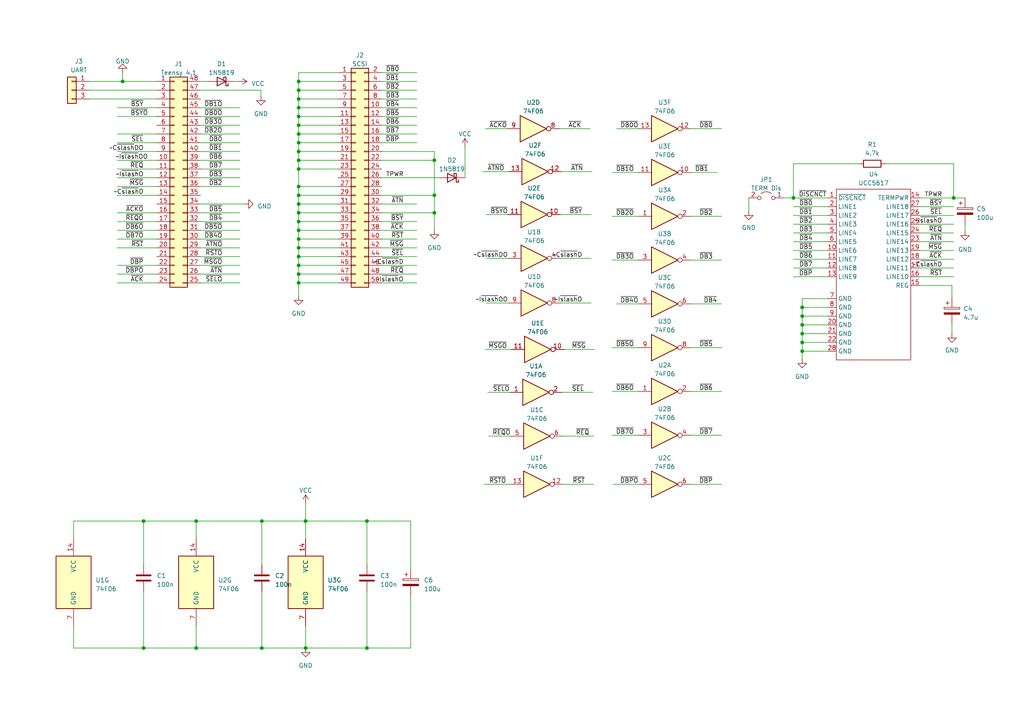
<source format=kicad_sch>
(kicad_sch (version 20210406) (generator eeschema)
  (paper "A4")
  (lib_symbols
    (symbol "74xx:74LS06" (pin_names (offset 1.016))
      (property "Reference" "U" (at 0 1.27 0))
      (property "Value" "74LS06" (at 0 -1.27 0))
      (symbol "74LS06_1_0"
        (pin input line (at -7.62 0 0) (length 3.81) (name "~") (number "1"))
        (pin open_collector inverted (at 7.62 0 180) (length 3.81) (name "~") (number "2"))
      )
      (symbol "74LS06_2_0"
        (pin input line (at -7.62 0 0) (length 3.81) (name "~") (number "3"))
        (pin open_collector inverted (at 7.62 0 180) (length 3.81) (name "~") (number "4"))
      )
      (symbol "74LS06_3_0"
        (pin input line (at -7.62 0 0) (length 3.81) (name "~") (number "5"))
        (pin open_collector inverted (at 7.62 0 180) (length 3.81) (name "~") (number "6"))
      )
      (symbol "74LS06_4_0"
        (pin open_collector inverted (at 7.62 0 180) (length 3.81) (name "~") (number "8"))
        (pin input line (at -7.62 0 0) (length 3.81) (name "~") (number "9"))
      )
      (symbol "74LS06_5_0"
        (pin open_collector inverted (at 7.62 0 180) (length 3.81) (name "~") (number "10"))
        (pin input line (at -7.62 0 0) (length 3.81) (name "~") (number "11"))
      )
      (symbol "74LS06_6_0"
        (pin open_collector inverted (at 7.62 0 180) (length 3.81) (name "~") (number "12"))
        (pin input line (at -7.62 0 0) (length 3.81) (name "~") (number "13"))
      )
      (symbol "74LS06_7_0"
        (pin power_in line (at 0 12.7 270) (length 5.08) (name "VCC") (number "14"))
        (pin power_in line (at 0 -12.7 90) (length 5.08) (name "GND") (number "7"))
      )
    )
    (symbol "Connector_Generic:Conn_01x03" (pin_names (offset 1.016) hide)
      (property "Reference" "J" (at 0 5.08 0))
      (property "Value" "Conn_01x03" (at 0 -5.08 0))
      (symbol "Conn_01x03_1_1"
        (pin passive line (at -5.08 2.54 0) (length 3.81) (name "Pin_1") (number "1"))
        (pin passive line (at -5.08 0 0) (length 3.81) (name "Pin_2") (number "2"))
        (pin passive line (at -5.08 -2.54 0) (length 3.81) (name "Pin_3") (number "3"))
      )
    )
    (symbol "Connector_Generic:Conn_02x24_Counter_Clockwise" (pin_names (offset 1.016) hide)
      (property "Reference" "J" (at 1.27 30.48 0))
      (property "Value" "Conn_02x24_Counter_Clockwise" (at 1.27 -33.02 0))
      (symbol "Conn_02x24_Counter_Clockwise_1_1"
        (pin passive line (at -5.08 27.94 0) (length 3.81) (name "Pin_1") (number "1"))
        (pin passive line (at -5.08 5.08 0) (length 3.81) (name "Pin_10") (number "10"))
        (pin passive line (at -5.08 2.54 0) (length 3.81) (name "Pin_11") (number "11"))
        (pin passive line (at -5.08 0 0) (length 3.81) (name "Pin_12") (number "12"))
        (pin passive line (at -5.08 -2.54 0) (length 3.81) (name "Pin_13") (number "13"))
        (pin passive line (at -5.08 -5.08 0) (length 3.81) (name "Pin_14") (number "14"))
        (pin passive line (at -5.08 -7.62 0) (length 3.81) (name "Pin_15") (number "15"))
        (pin passive line (at -5.08 -10.16 0) (length 3.81) (name "Pin_16") (number "16"))
        (pin passive line (at -5.08 -12.7 0) (length 3.81) (name "Pin_17") (number "17"))
        (pin passive line (at -5.08 -15.24 0) (length 3.81) (name "Pin_18") (number "18"))
        (pin passive line (at -5.08 -17.78 0) (length 3.81) (name "Pin_19") (number "19"))
        (pin passive line (at -5.08 25.4 0) (length 3.81) (name "Pin_2") (number "2"))
        (pin passive line (at -5.08 -20.32 0) (length 3.81) (name "Pin_20") (number "20"))
        (pin passive line (at -5.08 -22.86 0) (length 3.81) (name "Pin_21") (number "21"))
        (pin passive line (at -5.08 -25.4 0) (length 3.81) (name "Pin_22") (number "22"))
        (pin passive line (at -5.08 -27.94 0) (length 3.81) (name "Pin_23") (number "23"))
        (pin passive line (at -5.08 -30.48 0) (length 3.81) (name "Pin_24") (number "24"))
        (pin passive line (at 7.62 -30.48 180) (length 3.81) (name "Pin_25") (number "25"))
        (pin passive line (at 7.62 -27.94 180) (length 3.81) (name "Pin_26") (number "26"))
        (pin passive line (at 7.62 -25.4 180) (length 3.81) (name "Pin_27") (number "27"))
        (pin passive line (at 7.62 -22.86 180) (length 3.81) (name "Pin_28") (number "28"))
        (pin passive line (at 7.62 -20.32 180) (length 3.81) (name "Pin_29") (number "29"))
        (pin passive line (at -5.08 22.86 0) (length 3.81) (name "Pin_3") (number "3"))
        (pin passive line (at 7.62 -17.78 180) (length 3.81) (name "Pin_30") (number "30"))
        (pin passive line (at 7.62 -15.24 180) (length 3.81) (name "Pin_31") (number "31"))
        (pin passive line (at 7.62 -12.7 180) (length 3.81) (name "Pin_32") (number "32"))
        (pin passive line (at 7.62 -10.16 180) (length 3.81) (name "Pin_33") (number "33"))
        (pin passive line (at 7.62 -7.62 180) (length 3.81) (name "Pin_34") (number "34"))
        (pin passive line (at 7.62 -5.08 180) (length 3.81) (name "Pin_35") (number "35"))
        (pin passive line (at 7.62 -2.54 180) (length 3.81) (name "Pin_36") (number "36"))
        (pin passive line (at 7.62 0 180) (length 3.81) (name "Pin_37") (number "37"))
        (pin passive line (at 7.62 2.54 180) (length 3.81) (name "Pin_38") (number "38"))
        (pin passive line (at 7.62 5.08 180) (length 3.81) (name "Pin_39") (number "39"))
        (pin passive line (at -5.08 20.32 0) (length 3.81) (name "Pin_4") (number "4"))
        (pin passive line (at 7.62 7.62 180) (length 3.81) (name "Pin_40") (number "40"))
        (pin passive line (at 7.62 10.16 180) (length 3.81) (name "Pin_41") (number "41"))
        (pin passive line (at 7.62 12.7 180) (length 3.81) (name "Pin_42") (number "42"))
        (pin passive line (at 7.62 15.24 180) (length 3.81) (name "Pin_43") (number "43"))
        (pin passive line (at 7.62 17.78 180) (length 3.81) (name "Pin_44") (number "44"))
        (pin passive line (at 7.62 20.32 180) (length 3.81) (name "Pin_45") (number "45"))
        (pin passive line (at 7.62 22.86 180) (length 3.81) (name "Pin_46") (number "46"))
        (pin passive line (at 7.62 25.4 180) (length 3.81) (name "Pin_47") (number "47"))
        (pin passive line (at 7.62 27.94 180) (length 3.81) (name "Pin_48") (number "48"))
        (pin passive line (at -5.08 17.78 0) (length 3.81) (name "Pin_5") (number "5"))
        (pin passive line (at -5.08 15.24 0) (length 3.81) (name "Pin_6") (number "6"))
        (pin passive line (at -5.08 12.7 0) (length 3.81) (name "Pin_7") (number "7"))
        (pin passive line (at -5.08 10.16 0) (length 3.81) (name "Pin_8") (number "8"))
        (pin passive line (at -5.08 7.62 0) (length 3.81) (name "Pin_9") (number "9"))
      )
    )
    (symbol "Connector_Generic:Conn_02x25_Odd_Even" (pin_names (offset 1.016) hide)
      (property "Reference" "J" (at 1.27 33.02 0))
      (property "Value" "Conn_02x25_Odd_Even" (at 1.27 -33.02 0))
      (symbol "Conn_02x25_Odd_Even_1_1"
        (pin passive line (at -5.08 30.48 0) (length 3.81) (name "Pin_1") (number "1"))
        (pin passive line (at 7.62 20.32 180) (length 3.81) (name "Pin_10") (number "10"))
        (pin passive line (at -5.08 17.78 0) (length 3.81) (name "Pin_11") (number "11"))
        (pin passive line (at 7.62 17.78 180) (length 3.81) (name "Pin_12") (number "12"))
        (pin passive line (at -5.08 15.24 0) (length 3.81) (name "Pin_13") (number "13"))
        (pin passive line (at 7.62 15.24 180) (length 3.81) (name "Pin_14") (number "14"))
        (pin passive line (at -5.08 12.7 0) (length 3.81) (name "Pin_15") (number "15"))
        (pin passive line (at 7.62 12.7 180) (length 3.81) (name "Pin_16") (number "16"))
        (pin passive line (at -5.08 10.16 0) (length 3.81) (name "Pin_17") (number "17"))
        (pin passive line (at 7.62 10.16 180) (length 3.81) (name "Pin_18") (number "18"))
        (pin passive line (at -5.08 7.62 0) (length 3.81) (name "Pin_19") (number "19"))
        (pin passive line (at 7.62 30.48 180) (length 3.81) (name "Pin_2") (number "2"))
        (pin passive line (at 7.62 7.62 180) (length 3.81) (name "Pin_20") (number "20"))
        (pin passive line (at -5.08 5.08 0) (length 3.81) (name "Pin_21") (number "21"))
        (pin passive line (at 7.62 5.08 180) (length 3.81) (name "Pin_22") (number "22"))
        (pin passive line (at -5.08 2.54 0) (length 3.81) (name "Pin_23") (number "23"))
        (pin passive line (at 7.62 2.54 180) (length 3.81) (name "Pin_24") (number "24"))
        (pin passive line (at -5.08 0 0) (length 3.81) (name "Pin_25") (number "25"))
        (pin passive line (at 7.62 0 180) (length 3.81) (name "Pin_26") (number "26"))
        (pin passive line (at -5.08 -2.54 0) (length 3.81) (name "Pin_27") (number "27"))
        (pin passive line (at 7.62 -2.54 180) (length 3.81) (name "Pin_28") (number "28"))
        (pin passive line (at -5.08 -5.08 0) (length 3.81) (name "Pin_29") (number "29"))
        (pin passive line (at -5.08 27.94 0) (length 3.81) (name "Pin_3") (number "3"))
        (pin passive line (at 7.62 -5.08 180) (length 3.81) (name "Pin_30") (number "30"))
        (pin passive line (at -5.08 -7.62 0) (length 3.81) (name "Pin_31") (number "31"))
        (pin passive line (at 7.62 -7.62 180) (length 3.81) (name "Pin_32") (number "32"))
        (pin passive line (at -5.08 -10.16 0) (length 3.81) (name "Pin_33") (number "33"))
        (pin passive line (at 7.62 -10.16 180) (length 3.81) (name "Pin_34") (number "34"))
        (pin passive line (at -5.08 -12.7 0) (length 3.81) (name "Pin_35") (number "35"))
        (pin passive line (at 7.62 -12.7 180) (length 3.81) (name "Pin_36") (number "36"))
        (pin passive line (at -5.08 -15.24 0) (length 3.81) (name "Pin_37") (number "37"))
        (pin passive line (at 7.62 -15.24 180) (length 3.81) (name "Pin_38") (number "38"))
        (pin passive line (at -5.08 -17.78 0) (length 3.81) (name "Pin_39") (number "39"))
        (pin passive line (at 7.62 27.94 180) (length 3.81) (name "Pin_4") (number "4"))
        (pin passive line (at 7.62 -17.78 180) (length 3.81) (name "Pin_40") (number "40"))
        (pin passive line (at -5.08 -20.32 0) (length 3.81) (name "Pin_41") (number "41"))
        (pin passive line (at 7.62 -20.32 180) (length 3.81) (name "Pin_42") (number "42"))
        (pin passive line (at -5.08 -22.86 0) (length 3.81) (name "Pin_43") (number "43"))
        (pin passive line (at 7.62 -22.86 180) (length 3.81) (name "Pin_44") (number "44"))
        (pin passive line (at -5.08 -25.4 0) (length 3.81) (name "Pin_45") (number "45"))
        (pin passive line (at 7.62 -25.4 180) (length 3.81) (name "Pin_46") (number "46"))
        (pin passive line (at -5.08 -27.94 0) (length 3.81) (name "Pin_47") (number "47"))
        (pin passive line (at 7.62 -27.94 180) (length 3.81) (name "Pin_48") (number "48"))
        (pin passive line (at -5.08 -30.48 0) (length 3.81) (name "Pin_49") (number "49"))
        (pin passive line (at -5.08 25.4 0) (length 3.81) (name "Pin_5") (number "5"))
        (pin passive line (at 7.62 -30.48 180) (length 3.81) (name "Pin_50") (number "50"))
        (pin passive line (at 7.62 25.4 180) (length 3.81) (name "Pin_6") (number "6"))
        (pin passive line (at -5.08 22.86 0) (length 3.81) (name "Pin_7") (number "7"))
        (pin passive line (at 7.62 22.86 180) (length 3.81) (name "Pin_8") (number "8"))
        (pin passive line (at -5.08 20.32 0) (length 3.81) (name "Pin_9") (number "9"))
      )
    )
    (symbol "Device:C" (pin_numbers hide) (pin_names (offset 0.254))
      (property "Reference" "C" (at 0.635 2.54 0))
      (property "Value" "C" (at 0.635 -2.54 0))
      (symbol "C_1_1"
        (pin passive line (at 0 3.81 270) (length 2.794) (name "~") (number "1"))
        (pin passive line (at 0 -3.81 90) (length 2.794) (name "~") (number "2"))
      )
    )
    (symbol "Device:C_Polarized" (pin_numbers hide) (pin_names (offset 0.254))
      (property "Reference" "C" (at 0.635 2.54 0))
      (property "Value" "C_Polarized" (at 0.635 -2.54 0))
      (symbol "C_Polarized_1_1"
        (pin passive line (at 0 3.81 270) (length 2.794) (name "~") (number "1"))
        (pin passive line (at 0 -3.81 90) (length 2.794) (name "~") (number "2"))
      )
    )
    (symbol "Device:R" (pin_numbers hide) (pin_names (offset 0))
      (property "Reference" "R" (at 2.032 0 90))
      (property "Value" "R" (at 0 0 90))
      (symbol "R_1_1"
        (pin passive line (at 0 3.81 270) (length 1.27) (name "~") (number "1"))
        (pin passive line (at 0 -3.81 90) (length 1.27) (name "~") (number "2"))
      )
    )
    (symbol "Diode:1N5819" (pin_numbers hide) (pin_names (offset 1.016) hide)
      (property "Reference" "D" (at 0 2.54 0))
      (property "Value" "1N5819" (at 0 -2.54 0))
      (symbol "1N5819_1_1"
        (pin passive line (at -3.81 0 0) (length 2.54) (name "K") (number "1"))
        (pin passive line (at 3.81 0 180) (length 2.54) (name "A") (number "2"))
      )
    )
    (symbol "Jumper:Jumper_2_Open" (pin_names (offset 0) hide)
      (property "Reference" "JP" (at 0 2.794 0))
      (property "Value" "Jumper_2_Open" (at 0 -2.286 0))
      (symbol "Jumper_2_Open_1_1"
        (pin passive line (at -5.08 0 0) (length 2.54) (name "A") (number "1"))
        (pin passive line (at 5.08 0 180) (length 2.54) (name "B") (number "2"))
      )
    )
    (symbol "SCSITTerm:UCC5617"
      (property "Reference" "U" (at 0 0 0))
      (property "Value" "UCC5617" (at -6.35 -52.07 0))
      (symbol "UCC5617_1_1"
        (pin input line (at -12.7 -3.81 0) (length 2.54) (name "~DISCNCT~") (number "1"))
        (pin input line (at -12.7 -19.05 0) (length 2.54) (name "LINE6") (number "10"))
        (pin input line (at -12.7 -21.59 0) (length 2.54) (name "LINE7") (number "11"))
        (pin input line (at -12.7 -24.13 0) (length 2.54) (name "LINE8") (number "12"))
        (pin input line (at -12.7 -26.67 0) (length 2.54) (name "LINE9") (number "13"))
        (pin power_in line (at 13.97 -3.81 180) (length 2.54) (name "TERMPWR") (number "14"))
        (pin input line (at 13.97 -29.21 180) (length 2.54) (name "REG") (number "15"))
        (pin input line (at 13.97 -26.67 180) (length 2.54) (name "LINE10") (number "16"))
        (pin input line (at 13.97 -24.13 180) (length 2.54) (name "LINE11") (number "17"))
        (pin input line (at 13.97 -21.59 180) (length 2.54) (name "LINE12") (number "18"))
        (pin input line (at 13.97 -19.05 180) (length 2.54) (name "LINE13") (number "19"))
        (pin input line (at -12.7 -6.35 0) (length 2.54) (name "LINE1") (number "2"))
        (pin power_in line (at -12.7 -40.64 0) (length 2.54) (name "GND") (number "20"))
        (pin power_in line (at -12.7 -43.18 0) (length 2.54) (name "GND") (number "21"))
        (pin power_in line (at -12.7 -45.72 0) (length 2.54) (name "GND") (number "22"))
        (pin input line (at 13.97 -16.51 180) (length 2.54) (name "LINE14") (number "23"))
        (pin input line (at 13.97 -13.97 180) (length 2.54) (name "LINE15") (number "24"))
        (pin input line (at 13.97 -11.43 180) (length 2.54) (name "LINE16") (number "25"))
        (pin input line (at 13.97 -8.89 180) (length 2.54) (name "LINE17") (number "26"))
        (pin input line (at 13.97 -6.35 180) (length 2.54) (name "LINE18") (number "27"))
        (pin power_in line (at -12.7 -48.26 0) (length 2.54) (name "GND") (number "28"))
        (pin input line (at -12.7 -8.89 0) (length 2.54) (name "LINE2") (number "3"))
        (pin input line (at -12.7 -11.43 0) (length 2.54) (name "LINE3") (number "4"))
        (pin input line (at -12.7 -13.97 0) (length 2.54) (name "LINE4") (number "5"))
        (pin input line (at -12.7 -16.51 0) (length 2.54) (name "LINE5") (number "6"))
        (pin power_in line (at -12.7 -33.02 0) (length 2.54) (name "GND") (number "7"))
        (pin power_in line (at -12.7 -35.56 0) (length 2.54) (name "GND") (number "8"))
        (pin power_in line (at -12.7 -38.1 0) (length 2.54) (name "GND") (number "9"))
      )
    )
    (symbol "power:GND" (power) (pin_names (offset 0))
      (property "Value" "GND" (at 0 -3.81 0))
      (symbol "GND_1_1"
        (pin power_in line (at 0 0 270) (length 0) hide (name "GND") (number "1"))
      )
    )
    (symbol "power:VCC" (power) (pin_names (offset 0))
      (property "Value" "VCC" (at 0 3.81 0))
      (symbol "VCC_1_1"
        (pin power_in line (at 0 0 90) (length 0) hide (name "VCC") (number "1"))
      )
    )
  )
  (junction (at 35.56 23.622) (diameter 0.9144))
  (junction (at 41.656 151.13) (diameter 0.9144))
  (junction (at 41.656 187.96) (diameter 0.9144))
  (junction (at 56.896 151.13) (diameter 0.9144))
  (junction (at 56.896 187.96) (diameter 0.9144))
  (junction (at 75.946 151.13) (diameter 0.9144))
  (junction (at 75.946 187.96) (diameter 0.9144))
  (junction (at 86.614 23.622) (diameter 0.9144))
  (junction (at 86.614 26.162) (diameter 0.9144))
  (junction (at 86.614 28.702) (diameter 0.9144))
  (junction (at 86.614 31.242) (diameter 0.9144))
  (junction (at 86.614 33.782) (diameter 0.9144))
  (junction (at 86.614 36.322) (diameter 0.9144))
  (junction (at 86.614 38.862) (diameter 0.9144))
  (junction (at 86.614 41.402) (diameter 0.9144))
  (junction (at 86.614 43.942) (diameter 0.9144))
  (junction (at 86.614 46.482) (diameter 0.9144))
  (junction (at 86.614 49.022) (diameter 0.9144))
  (junction (at 86.614 54.102) (diameter 0.9144))
  (junction (at 86.614 56.642) (diameter 0.9144))
  (junction (at 86.614 59.182) (diameter 0.9144))
  (junction (at 86.614 61.722) (diameter 0.9144))
  (junction (at 86.614 64.262) (diameter 0.9144))
  (junction (at 86.614 66.802) (diameter 0.9144))
  (junction (at 86.614 69.342) (diameter 0.9144))
  (junction (at 86.614 71.882) (diameter 0.9144))
  (junction (at 86.614 74.422) (diameter 0.9144))
  (junction (at 86.614 76.962) (diameter 0.9144))
  (junction (at 86.614 79.502) (diameter 0.9144))
  (junction (at 86.614 82.042) (diameter 0.9144))
  (junction (at 88.646 151.13) (diameter 0.9144))
  (junction (at 88.646 187.96) (diameter 0.9144))
  (junction (at 106.426 151.13) (diameter 0.9144))
  (junction (at 106.426 187.96) (diameter 0.9144))
  (junction (at 125.984 46.482) (diameter 0.9144))
  (junction (at 125.984 56.642) (diameter 0.9144))
  (junction (at 125.984 61.722) (diameter 0.9144))
  (junction (at 230.124 57.404) (diameter 0.9144))
  (junction (at 232.664 89.154) (diameter 0.9144))
  (junction (at 232.664 91.694) (diameter 0.9144))
  (junction (at 232.664 94.234) (diameter 0.9144))
  (junction (at 232.664 96.774) (diameter 0.9144))
  (junction (at 232.664 99.314) (diameter 0.9144))
  (junction (at 232.664 101.854) (diameter 0.9144))
  (junction (at 276.606 57.404) (diameter 0.9144))
  (wire (pts (xy 21.336 151.13) (xy 41.656 151.13)))
  (wire (pts (xy 21.336 156.21) (xy 21.336 151.13)))
  (wire (pts (xy 21.336 181.61) (xy 21.336 187.96)))
  (wire (pts (xy 21.336 187.96) (xy 41.656 187.96)))
  (wire (pts (xy 25.908 23.622) (xy 35.56 23.622)))
  (wire (pts (xy 25.908 26.162) (xy 45.466 26.162)))
  (wire (pts (xy 25.908 28.702) (xy 45.466 28.702)))
  (wire (pts (xy 34.036 31.242) (xy 45.466 31.242)))
  (wire (pts (xy 34.036 33.782) (xy 45.466 33.782)))
  (wire (pts (xy 34.036 38.862) (xy 45.466 38.862)))
  (wire (pts (xy 34.036 41.402) (xy 45.466 41.402)))
  (wire (pts (xy 34.036 43.942) (xy 45.466 43.942)))
  (wire (pts (xy 34.036 46.482) (xy 45.466 46.482)))
  (wire (pts (xy 34.036 49.022) (xy 45.466 49.022)))
  (wire (pts (xy 34.036 51.562) (xy 45.466 51.562)))
  (wire (pts (xy 34.036 54.102) (xy 45.466 54.102)))
  (wire (pts (xy 34.036 56.642) (xy 45.466 56.642)))
  (wire (pts (xy 34.036 61.722) (xy 45.466 61.722)))
  (wire (pts (xy 34.036 64.262) (xy 45.466 64.262)))
  (wire (pts (xy 34.036 66.802) (xy 45.466 66.802)))
  (wire (pts (xy 34.036 69.342) (xy 45.466 69.342)))
  (wire (pts (xy 34.036 71.882) (xy 45.466 71.882)))
  (wire (pts (xy 34.036 76.962) (xy 45.466 76.962)))
  (wire (pts (xy 34.036 79.502) (xy 45.466 79.502)))
  (wire (pts (xy 34.036 82.042) (xy 45.466 82.042)))
  (wire (pts (xy 35.56 21.082) (xy 35.56 23.622)))
  (wire (pts (xy 35.56 23.622) (xy 45.466 23.622)))
  (wire (pts (xy 41.656 151.13) (xy 41.656 163.83)))
  (wire (pts (xy 41.656 151.13) (xy 56.896 151.13)))
  (wire (pts (xy 41.656 171.45) (xy 41.656 187.96)))
  (wire (pts (xy 41.656 187.96) (xy 56.896 187.96)))
  (wire (pts (xy 56.896 151.13) (xy 56.896 156.21)))
  (wire (pts (xy 56.896 151.13) (xy 75.946 151.13)))
  (wire (pts (xy 56.896 181.61) (xy 56.896 187.96)))
  (wire (pts (xy 56.896 187.96) (xy 75.946 187.96)))
  (wire (pts (xy 58.166 23.622) (xy 60.452 23.622)))
  (wire (pts (xy 58.166 31.242) (xy 69.596 31.242)))
  (wire (pts (xy 58.166 33.782) (xy 69.596 33.782)))
  (wire (pts (xy 58.166 36.322) (xy 69.596 36.322)))
  (wire (pts (xy 58.166 38.862) (xy 69.596 38.862)))
  (wire (pts (xy 58.166 41.402) (xy 69.596 41.402)))
  (wire (pts (xy 58.166 43.942) (xy 69.596 43.942)))
  (wire (pts (xy 58.166 46.482) (xy 69.596 46.482)))
  (wire (pts (xy 58.166 49.022) (xy 69.596 49.022)))
  (wire (pts (xy 58.166 51.562) (xy 69.596 51.562)))
  (wire (pts (xy 58.166 54.102) (xy 69.596 54.102)))
  (wire (pts (xy 58.166 59.182) (xy 70.866 59.182)))
  (wire (pts (xy 58.166 61.722) (xy 69.596 61.722)))
  (wire (pts (xy 58.166 64.262) (xy 69.596 64.262)))
  (wire (pts (xy 58.166 66.802) (xy 69.596 66.802)))
  (wire (pts (xy 58.166 69.342) (xy 69.596 69.342)))
  (wire (pts (xy 58.166 71.882) (xy 69.596 71.882)))
  (wire (pts (xy 58.166 74.422) (xy 69.596 74.422)))
  (wire (pts (xy 58.166 76.962) (xy 69.596 76.962)))
  (wire (pts (xy 58.166 79.502) (xy 69.596 79.502)))
  (wire (pts (xy 58.166 82.042) (xy 69.596 82.042)))
  (wire (pts (xy 68.072 23.622) (xy 69.088 23.622)))
  (wire (pts (xy 75.692 26.162) (xy 58.166 26.162)))
  (wire (pts (xy 75.692 27.94) (xy 75.692 26.162)))
  (wire (pts (xy 75.946 151.13) (xy 75.946 163.83)))
  (wire (pts (xy 75.946 151.13) (xy 88.646 151.13)))
  (wire (pts (xy 75.946 171.45) (xy 75.946 187.96)))
  (wire (pts (xy 75.946 187.96) (xy 88.646 187.96)))
  (wire (pts (xy 86.614 21.082) (xy 86.614 23.622)))
  (wire (pts (xy 86.614 23.622) (xy 86.614 26.162)))
  (wire (pts (xy 86.614 23.622) (xy 98.044 23.622)))
  (wire (pts (xy 86.614 26.162) (xy 86.614 28.702)))
  (wire (pts (xy 86.614 26.162) (xy 98.044 26.162)))
  (wire (pts (xy 86.614 28.702) (xy 86.614 31.242)))
  (wire (pts (xy 86.614 28.702) (xy 98.044 28.702)))
  (wire (pts (xy 86.614 31.242) (xy 86.614 33.782)))
  (wire (pts (xy 86.614 31.242) (xy 98.044 31.242)))
  (wire (pts (xy 86.614 33.782) (xy 86.614 36.322)))
  (wire (pts (xy 86.614 33.782) (xy 98.044 33.782)))
  (wire (pts (xy 86.614 36.322) (xy 86.614 38.862)))
  (wire (pts (xy 86.614 36.322) (xy 98.044 36.322)))
  (wire (pts (xy 86.614 38.862) (xy 86.614 41.402)))
  (wire (pts (xy 86.614 38.862) (xy 98.044 38.862)))
  (wire (pts (xy 86.614 41.402) (xy 86.614 43.942)))
  (wire (pts (xy 86.614 41.402) (xy 98.044 41.402)))
  (wire (pts (xy 86.614 43.942) (xy 86.614 46.482)))
  (wire (pts (xy 86.614 43.942) (xy 98.044 43.942)))
  (wire (pts (xy 86.614 46.482) (xy 86.614 49.022)))
  (wire (pts (xy 86.614 46.482) (xy 98.044 46.482)))
  (wire (pts (xy 86.614 49.022) (xy 86.614 54.102)))
  (wire (pts (xy 86.614 49.022) (xy 98.044 49.022)))
  (wire (pts (xy 86.614 54.102) (xy 86.614 56.642)))
  (wire (pts (xy 86.614 54.102) (xy 98.044 54.102)))
  (wire (pts (xy 86.614 56.642) (xy 86.614 59.182)))
  (wire (pts (xy 86.614 56.642) (xy 98.044 56.642)))
  (wire (pts (xy 86.614 59.182) (xy 86.614 61.722)))
  (wire (pts (xy 86.614 59.182) (xy 98.044 59.182)))
  (wire (pts (xy 86.614 61.722) (xy 86.614 64.262)))
  (wire (pts (xy 86.614 61.722) (xy 98.044 61.722)))
  (wire (pts (xy 86.614 64.262) (xy 86.614 66.802)))
  (wire (pts (xy 86.614 64.262) (xy 98.044 64.262)))
  (wire (pts (xy 86.614 66.802) (xy 86.614 69.342)))
  (wire (pts (xy 86.614 66.802) (xy 98.044 66.802)))
  (wire (pts (xy 86.614 69.342) (xy 86.614 71.882)))
  (wire (pts (xy 86.614 69.342) (xy 98.044 69.342)))
  (wire (pts (xy 86.614 71.882) (xy 86.614 74.422)))
  (wire (pts (xy 86.614 71.882) (xy 98.044 71.882)))
  (wire (pts (xy 86.614 74.422) (xy 86.614 76.962)))
  (wire (pts (xy 86.614 74.422) (xy 98.044 74.422)))
  (wire (pts (xy 86.614 76.962) (xy 86.614 79.502)))
  (wire (pts (xy 86.614 76.962) (xy 98.044 76.962)))
  (wire (pts (xy 86.614 79.502) (xy 86.614 82.042)))
  (wire (pts (xy 86.614 79.502) (xy 98.044 79.502)))
  (wire (pts (xy 86.614 82.042) (xy 86.614 85.852)))
  (wire (pts (xy 86.614 82.042) (xy 98.044 82.042)))
  (wire (pts (xy 88.646 146.05) (xy 88.646 151.13)))
  (wire (pts (xy 88.646 151.13) (xy 88.646 156.21)))
  (wire (pts (xy 88.646 151.13) (xy 106.426 151.13)))
  (wire (pts (xy 88.646 181.61) (xy 88.646 187.96)))
  (wire (pts (xy 88.646 187.96) (xy 106.426 187.96)))
  (wire (pts (xy 98.044 21.082) (xy 86.614 21.082)))
  (wire (pts (xy 106.426 151.13) (xy 106.426 163.83)))
  (wire (pts (xy 106.426 151.13) (xy 119.126 151.13)))
  (wire (pts (xy 106.426 171.45) (xy 106.426 187.96)))
  (wire (pts (xy 106.426 187.96) (xy 119.126 187.96)))
  (wire (pts (xy 110.744 21.082) (xy 120.904 21.082)))
  (wire (pts (xy 110.744 23.622) (xy 120.904 23.622)))
  (wire (pts (xy 110.744 26.162) (xy 120.904 26.162)))
  (wire (pts (xy 110.744 28.702) (xy 120.904 28.702)))
  (wire (pts (xy 110.744 31.242) (xy 120.904 31.242)))
  (wire (pts (xy 110.744 33.782) (xy 120.904 33.782)))
  (wire (pts (xy 110.744 36.322) (xy 120.904 36.322)))
  (wire (pts (xy 110.744 38.862) (xy 120.904 38.862)))
  (wire (pts (xy 110.744 41.402) (xy 120.904 41.402)))
  (wire (pts (xy 110.744 43.942) (xy 125.984 43.942)))
  (wire (pts (xy 110.744 46.482) (xy 125.984 46.482)))
  (wire (pts (xy 110.744 51.562) (xy 127.254 51.562)))
  (wire (pts (xy 110.744 56.642) (xy 125.984 56.642)))
  (wire (pts (xy 110.744 59.182) (xy 120.904 59.182)))
  (wire (pts (xy 110.744 61.722) (xy 125.984 61.722)))
  (wire (pts (xy 110.744 64.262) (xy 120.904 64.262)))
  (wire (pts (xy 110.744 66.802) (xy 120.904 66.802)))
  (wire (pts (xy 110.744 69.342) (xy 120.904 69.342)))
  (wire (pts (xy 110.744 71.882) (xy 120.904 71.882)))
  (wire (pts (xy 110.744 74.422) (xy 120.904 74.422)))
  (wire (pts (xy 110.744 76.962) (xy 120.904 76.962)))
  (wire (pts (xy 110.744 79.502) (xy 120.904 79.502)))
  (wire (pts (xy 110.744 82.042) (xy 120.904 82.042)))
  (wire (pts (xy 119.126 151.13) (xy 119.126 165.1)))
  (wire (pts (xy 119.126 172.72) (xy 119.126 187.96)))
  (wire (pts (xy 125.984 43.942) (xy 125.984 46.482)))
  (wire (pts (xy 125.984 46.482) (xy 125.984 56.642)))
  (wire (pts (xy 125.984 56.642) (xy 125.984 61.722)))
  (wire (pts (xy 125.984 61.722) (xy 125.984 66.802)))
  (wire (pts (xy 134.874 42.672) (xy 134.874 51.562)))
  (wire (pts (xy 139.954 49.784) (xy 147.574 49.784)))
  (wire (pts (xy 140.462 140.462) (xy 148.082 140.462)))
  (wire (pts (xy 140.716 37.338) (xy 147.066 37.338)))
  (wire (pts (xy 140.716 101.346) (xy 148.336 101.346)))
  (wire (pts (xy 140.97 62.23) (xy 147.32 62.23)))
  (wire (pts (xy 140.97 74.93) (xy 147.32 74.93)))
  (wire (pts (xy 140.97 87.884) (xy 147.32 87.884)))
  (wire (pts (xy 141.478 113.792) (xy 147.828 113.792)))
  (wire (pts (xy 141.732 126.492) (xy 148.082 126.492)))
  (wire (pts (xy 162.306 37.338) (xy 171.196 37.338)))
  (wire (pts (xy 162.56 62.23) (xy 171.45 62.23)))
  (wire (pts (xy 162.56 74.93) (xy 171.45 74.93)))
  (wire (pts (xy 162.56 87.884) (xy 171.45 87.884)))
  (wire (pts (xy 162.814 49.784) (xy 171.704 49.784)))
  (wire (pts (xy 163.068 113.792) (xy 171.958 113.792)))
  (wire (pts (xy 163.322 126.492) (xy 172.212 126.492)))
  (wire (pts (xy 163.322 140.462) (xy 172.212 140.462)))
  (wire (pts (xy 163.576 101.346) (xy 172.466 101.346)))
  (wire (pts (xy 177.546 50.038) (xy 185.166 50.038)))
  (wire (pts (xy 177.546 62.738) (xy 185.166 62.738)))
  (wire (pts (xy 177.546 75.438) (xy 185.166 75.438)))
  (wire (pts (xy 177.546 100.838) (xy 185.166 100.838)))
  (wire (pts (xy 177.546 113.538) (xy 185.166 113.538)))
  (wire (pts (xy 177.546 126.238) (xy 185.166 126.238)))
  (wire (pts (xy 177.8 140.462) (xy 185.166 140.462)))
  (wire (pts (xy 178.816 37.338) (xy 185.166 37.338)))
  (wire (pts (xy 178.816 88.138) (xy 185.166 88.138)))
  (wire (pts (xy 200.406 37.338) (xy 209.296 37.338)))
  (wire (pts (xy 200.406 50.038) (xy 208.026 50.038)))
  (wire (pts (xy 200.406 62.738) (xy 209.296 62.738)))
  (wire (pts (xy 200.406 75.438) (xy 209.296 75.438)))
  (wire (pts (xy 200.406 88.138) (xy 209.296 88.138)))
  (wire (pts (xy 200.406 100.838) (xy 209.296 100.838)))
  (wire (pts (xy 200.406 113.538) (xy 209.296 113.538)))
  (wire (pts (xy 200.406 126.238) (xy 209.296 126.238)))
  (wire (pts (xy 200.406 140.462) (xy 209.296 140.462)))
  (wire (pts (xy 217.17 57.404) (xy 217.17 61.214)))
  (wire (pts (xy 227.33 57.404) (xy 230.124 57.404)))
  (wire (pts (xy 230.124 47.498) (xy 230.124 57.404)))
  (wire (pts (xy 230.124 57.404) (xy 240.03 57.404)))
  (wire (pts (xy 230.124 59.944) (xy 240.03 59.944)))
  (wire (pts (xy 230.124 62.484) (xy 240.03 62.484)))
  (wire (pts (xy 230.124 65.024) (xy 240.03 65.024)))
  (wire (pts (xy 230.124 67.564) (xy 240.03 67.564)))
  (wire (pts (xy 230.124 70.104) (xy 240.03 70.104)))
  (wire (pts (xy 230.124 72.644) (xy 240.03 72.644)))
  (wire (pts (xy 230.124 75.184) (xy 240.03 75.184)))
  (wire (pts (xy 230.124 77.724) (xy 240.03 77.724)))
  (wire (pts (xy 230.124 80.264) (xy 240.03 80.264)))
  (wire (pts (xy 232.664 86.614) (xy 240.03 86.614)))
  (wire (pts (xy 232.664 89.154) (xy 232.664 86.614)))
  (wire (pts (xy 232.664 89.154) (xy 240.03 89.154)))
  (wire (pts (xy 232.664 91.694) (xy 232.664 89.154)))
  (wire (pts (xy 232.664 91.694) (xy 240.03 91.694)))
  (wire (pts (xy 232.664 94.234) (xy 232.664 91.694)))
  (wire (pts (xy 232.664 94.234) (xy 240.03 94.234)))
  (wire (pts (xy 232.664 96.774) (xy 232.664 94.234)))
  (wire (pts (xy 232.664 96.774) (xy 240.03 96.774)))
  (wire (pts (xy 232.664 99.314) (xy 232.664 96.774)))
  (wire (pts (xy 232.664 99.314) (xy 240.03 99.314)))
  (wire (pts (xy 232.664 101.854) (xy 232.664 99.314)))
  (wire (pts (xy 232.664 101.854) (xy 240.03 101.854)))
  (wire (pts (xy 232.664 104.14) (xy 232.664 101.854)))
  (wire (pts (xy 249.174 47.498) (xy 230.124 47.498)))
  (wire (pts (xy 256.794 47.498) (xy 276.606 47.498)))
  (wire (pts (xy 266.7 57.404) (xy 276.606 57.404)))
  (wire (pts (xy 266.7 59.944) (xy 276.606 59.944)))
  (wire (pts (xy 266.7 62.484) (xy 276.606 62.484)))
  (wire (pts (xy 266.7 65.024) (xy 276.606 65.024)))
  (wire (pts (xy 266.7 67.564) (xy 276.606 67.564)))
  (wire (pts (xy 266.7 70.104) (xy 276.606 70.104)))
  (wire (pts (xy 266.7 72.644) (xy 276.606 72.644)))
  (wire (pts (xy 266.7 75.184) (xy 276.606 75.184)))
  (wire (pts (xy 266.7 77.724) (xy 276.606 77.724)))
  (wire (pts (xy 266.7 80.264) (xy 276.606 80.264)))
  (wire (pts (xy 266.7 82.804) (xy 276.098 82.804)))
  (wire (pts (xy 276.098 82.804) (xy 276.098 86.36)))
  (wire (pts (xy 276.098 93.98) (xy 276.098 96.774)))
  (wire (pts (xy 276.606 47.498) (xy 276.606 57.404)))
  (wire (pts (xy 276.606 57.404) (xy 279.908 57.404)))
  (wire (pts (xy 279.908 57.404) (xy 279.908 57.658)))
  (wire (pts (xy 279.908 65.024) (xy 279.908 67.056)))
  (label "~BSY~" (at 41.656 31.242 180))
  (label "~SEL~" (at 41.656 41.402 180))
  (label "~C~{slash}DO" (at 41.656 43.942 180))
  (label "~REQ~" (at 41.656 49.022 180))
  (label "~I~{slash}O" (at 41.656 51.562 180))
  (label "~MSG~" (at 41.656 54.102 180))
  (label "~C~{slash}D" (at 41.656 56.642 180))
  (label "~ACKO~" (at 41.656 61.722 180))
  (label "~REQO~" (at 41.656 64.262 180))
  (label "~DB6O~" (at 41.656 66.802 180))
  (label "~DB7O~" (at 41.656 69.342 180))
  (label "~RST~" (at 41.656 71.882 180))
  (label "~DBP~" (at 41.656 76.962 180))
  (label "~DBPO~" (at 41.656 79.502 180))
  (label "~ACK~" (at 41.656 82.042 180))
  (label "~BSYO~" (at 42.926 33.782 180))
  (label "~I~{slash}OO" (at 42.926 46.482 180))
  (label "~DB1O~" (at 64.516 31.242 180))
  (label "~DB0O~" (at 64.516 33.782 180))
  (label "~DB3O~" (at 64.516 36.322 180))
  (label "~DB2O~" (at 64.516 38.862 180))
  (label "~DB0~" (at 64.516 41.402 180))
  (label "~DB1~" (at 64.516 43.942 180))
  (label "~DB6~" (at 64.516 46.482 180))
  (label "~DB7~" (at 64.516 49.022 180))
  (label "~DB3~" (at 64.516 51.562 180))
  (label "~DB2~" (at 64.516 54.102 180))
  (label "~DB5~" (at 64.516 61.722 180))
  (label "~DB4~" (at 64.516 64.262 180))
  (label "~DB5O~" (at 64.516 66.802 180))
  (label "~DB4O~" (at 64.516 69.342 180))
  (label "~ATNO~" (at 64.516 71.882 180))
  (label "~RSTO~" (at 64.516 74.422 180))
  (label "~MSGO~" (at 64.516 76.962 180))
  (label "~ATN~" (at 64.516 79.502 180))
  (label "~SELO~" (at 64.516 82.042 180))
  (label "~DB0~" (at 115.824 21.082 180))
  (label "~DB1~" (at 115.824 23.622 180))
  (label "~DB2~" (at 115.824 26.162 180))
  (label "~DB3~" (at 115.824 28.702 180))
  (label "~DB4~" (at 115.824 31.242 180))
  (label "~DB5~" (at 115.824 33.782 180))
  (label "~DB6~" (at 115.824 36.322 180))
  (label "~DB7~" (at 115.824 38.862 180))
  (label "~DBP~" (at 115.824 41.402 180))
  (label "TPWR" (at 117.094 51.562 180))
  (label "~ATN~" (at 117.094 59.182 180))
  (label "~BSY~" (at 117.094 64.262 180))
  (label "~ACK~" (at 117.094 66.802 180))
  (label "~RST~" (at 117.094 69.342 180))
  (label "~MSG~" (at 117.094 71.882 180))
  (label "~SEL~" (at 117.094 74.422 180))
  (label "~C~{slash}D" (at 117.094 76.962 180))
  (label "~REQ~" (at 117.094 79.502 180))
  (label "~I~{slash}O" (at 117.094 82.042 180))
  (label "~ATNO~" (at 146.304 49.784 180))
  (label "~RSTO~" (at 146.812 140.462 180))
  (label "~ACKO~" (at 147.066 37.338 180))
  (label "~MSGO~" (at 147.066 101.346 180))
  (label "~BSYO~" (at 147.32 62.23 180))
  (label "~C~{slash}DO" (at 147.32 74.93 180))
  (label "~I~{slash}OO" (at 147.32 87.884 180))
  (label "~SELO~" (at 147.828 113.792 180))
  (label "~REQO~" (at 148.082 126.492 180))
  (label "~ACK~" (at 168.656 37.338 180))
  (label "~BSY~" (at 168.91 62.23 180))
  (label "~C~{slash}D" (at 168.91 74.93 180))
  (label "~I~{slash}O" (at 168.91 87.884 180))
  (label "~ATN~" (at 169.164 49.784 180))
  (label "~SEL~" (at 169.418 113.792 180))
  (label "~RST~" (at 169.672 140.462 180))
  (label "~MSG~" (at 169.926 101.346 180))
  (label "~REQ~" (at 170.942 126.492 180))
  (label "~DB1O~" (at 183.896 50.038 180))
  (label "~DB2O~" (at 183.896 62.738 180))
  (label "~DB3O~" (at 183.896 75.438 180))
  (label "~DB5O~" (at 183.896 100.838 180))
  (label "~DB6O~" (at 183.896 113.538 180))
  (label "~DB7O~" (at 183.896 126.238 180))
  (label "~DB0O~" (at 185.166 37.338 180))
  (label "~DB4O~" (at 185.166 88.138 180))
  (label "~DBPO~" (at 185.166 140.462 180))
  (label "~DB1~" (at 205.486 50.038 180))
  (label "~DB0~" (at 206.756 37.338 180))
  (label "~DB2~" (at 206.756 62.738 180))
  (label "~DB3~" (at 206.756 75.438 180))
  (label "~DB5~" (at 206.756 100.838 180))
  (label "~DB6~" (at 206.756 113.538 180))
  (label "~DB7~" (at 206.756 126.238 180))
  (label "~DBP~" (at 206.756 140.462 180))
  (label "~DB4~" (at 208.026 88.138 180))
  (label "~DB0~" (at 235.712 59.944 180))
  (label "~DB1~" (at 235.712 62.484 180))
  (label "~DB2~" (at 235.712 65.024 180))
  (label "~DB3~" (at 235.712 67.564 180))
  (label "~DB4~" (at 235.712 70.104 180))
  (label "~DB5~" (at 235.712 72.644 180))
  (label "~DB6~" (at 235.712 75.184 180))
  (label "~DB7~" (at 235.712 77.724 180))
  (label "~DBP~" (at 235.712 80.264 180))
  (label "~DISCNCT~" (at 239.776 57.404 180))
  (label "TPWR" (at 273.304 57.404 180))
  (label "~BSY~" (at 273.304 59.944 180))
  (label "~SEL~" (at 273.304 62.484 180))
  (label "~I~{slash}O" (at 273.304 65.024 180))
  (label "~REQ~" (at 273.304 67.564 180))
  (label "~ATN~" (at 273.304 70.104 180))
  (label "~MSG~" (at 273.304 72.644 180))
  (label "~ACK~" (at 273.304 75.184 180))
  (label "~C~{slash}D" (at 273.304 77.724 180))
  (label "~RST~" (at 273.304 80.264 180))
  (symbol (lib_id "power:VCC") (at 69.088 23.622 270) (unit 1)
    (property "Reference" "#PWR0113" (effects hide))
    (property "Value" "VCC" (at 72.898 24.2569 90) (effects (justify left)))
  )
  (symbol (lib_id "power:VCC") (at 88.646 146.05 0) (unit 1)
    (property "Reference" "#PWR0101" (effects hide))
    (property "Value" "VCC" (at 88.646 142.24 0))
  )
  (symbol (lib_id "power:VCC") (at 134.874 42.672 0) (unit 1)
    (property "Reference" "#PWR0112" (effects hide))
    (property "Value" "VCC" (at 134.874 38.862 0))
  )
  (symbol (lib_id "power:GND") (at 35.56 21.082 180) (unit 1)
    (property "Reference" "#PWR0110" (effects hide))
    (property "Value" "GND" (at 35.56 17.78 0))
  )
  (symbol (lib_id "power:GND") (at 70.866 59.182 90) (unit 1)
    (property "Reference" "#PWR0111" (effects hide))
    (property "Value" "GND" (at 74.676 59.8169 90) (effects (justify right)))
  )
  (symbol (lib_id "power:GND") (at 75.692 27.94 0) (mirror y) (unit 1)
    (property "Reference" "#PWR0106" (effects hide))
    (property "Value" "GND" (at 75.692 33.02 0))
  )
  (symbol (lib_id "power:GND") (at 86.614 85.852 0) (unit 1)
    (property "Reference" "#PWR0108" (effects hide))
    (property "Value" "GND" (at 86.614 90.932 0))
  )
  (symbol (lib_id "power:GND") (at 88.646 187.96 0) (unit 1)
    (property "Reference" "#PWR0104" (effects hide))
    (property "Value" "GND" (at 88.646 193.04 0))
  )
  (symbol (lib_id "power:GND") (at 125.984 66.802 0) (unit 1)
    (property "Reference" "#PWR0109" (effects hide))
    (property "Value" "GND" (at 125.984 71.882 0))
  )
  (symbol (lib_id "power:GND") (at 217.17 61.214 0) (mirror y) (unit 1)
    (property "Reference" "#PWR0107" (effects hide))
    (property "Value" "GND" (at 217.17 66.04 0))
  )
  (symbol (lib_id "power:GND") (at 232.664 104.14 0) (unit 1)
    (property "Reference" "#PWR0102" (effects hide))
    (property "Value" "GND" (at 232.664 109.22 0))
  )
  (symbol (lib_id "power:GND") (at 276.098 96.774 0) (unit 1)
    (property "Reference" "#PWR0105" (effects hide))
    (property "Value" "GND" (at 276.098 101.6 0))
  )
  (symbol (lib_id "power:GND") (at 279.908 67.056 0) (unit 1)
    (property "Reference" "#PWR0103" (effects hide))
    (property "Value" "GND" (at 279.908 72.39 0))
  )
  (symbol (lib_id "Device:R") (at 252.984 47.498 90) (unit 1)
    (property "Reference" "R1" (at 252.984 41.91 90))
    (property "Value" "4.7k" (at 252.984 44.45 90))
    (property "Footprint" "Resistor_SMD:R_0603_1608Metric" (effects hide))
  )
  (symbol (lib_id "Diode:1N5819") (at 64.262 23.622 180) (unit 1)
    (property "Reference" "D1" (at 64.262 18.542 0))
    (property "Value" "1N5819" (at 64.262 21.082 0))
    (property "Footprint" "Diode_THT:D_DO-41_SOD81_P10.16mm_Horizontal" (effects hide))
    (property "Datasheet" "http://www.vishay.com/docs/88525/1n5817.pdf" (effects hide))
  )
  (symbol (lib_id "Diode:1N5819") (at 131.064 51.562 180) (unit 1)
    (property "Reference" "D2" (at 131.064 46.482 0))
    (property "Value" "1N5819" (at 131.064 49.022 0))
    (property "Footprint" "Diode_THT:D_DO-41_SOD81_P10.16mm_Horizontal" (effects hide))
    (property "Datasheet" "http://www.vishay.com/docs/88525/1n5817.pdf" (effects hide))
  )
  (symbol (lib_id "Jumper:Jumper_2_Open") (at 222.25 57.404 0) (mirror y) (unit 1)
    (property "Reference" "JP1" (at 222.25 52.07 0))
    (property "Value" "TERM Dis" (at 222.25 54.61 0))
    (property "Footprint" "TestPoint:TestPoint_2Pads_Pitch2.54mm_Drill0.8mm" (effects hide))
  )
  (symbol (lib_id "Device:C") (at 41.656 167.64 0) (unit 1)
    (property "Reference" "C1" (at 45.466 167.0049 0) (effects (justify left)))
    (property "Value" "100n" (at 45.466 169.5449 0) (effects (justify left)))
    (property "Footprint" "Capacitor_SMD:C_0603_1608Metric" (effects hide))
  )
  (symbol (lib_id "Device:C") (at 75.946 167.64 0) (unit 1)
    (property "Reference" "C2" (at 79.756 167.0049 0) (effects (justify left)))
    (property "Value" "100n" (at 79.756 169.5449 0) (effects (justify left)))
    (property "Footprint" "Capacitor_SMD:C_0603_1608Metric" (effects hide))
  )
  (symbol (lib_id "Device:C") (at 106.426 167.64 0) (unit 1)
    (property "Reference" "C3" (at 110.236 167.0049 0) (effects (justify left)))
    (property "Value" "100n" (at 110.236 169.5449 0) (effects (justify left)))
    (property "Footprint" "Capacitor_SMD:C_0603_1608Metric" (effects hide))
  )
  (symbol (lib_id "Device:C_Polarized") (at 119.126 168.91 0) (unit 1)
    (property "Reference" "C6" (at 122.936 168.2749 0) (effects (justify left)))
    (property "Value" "100u" (at 122.936 170.8149 0) (effects (justify left)))
    (property "Footprint" "Capacitor_THT:CP_Radial_D6.3mm_P2.50mm" (effects hide))
  )
  (symbol (lib_id "Device:C_Polarized") (at 276.098 90.17 0) (unit 1)
    (property "Reference" "C4" (at 279.4 89.5349 0) (effects (justify left)))
    (property "Value" "4.7u" (at 279.4 92.0749 0) (effects (justify left)))
    (property "Footprint" "Capacitor_THT:CP_Radial_D5.0mm_P2.50mm" (effects hide))
  )
  (symbol (lib_id "Device:C_Polarized") (at 279.908 61.214 0) (unit 1)
    (property "Reference" "C5" (at 283.21 60.5789 0) (effects (justify left)))
    (property "Value" "100u" (at 283.21 63.1189 0) (effects (justify left)))
    (property "Footprint" "Capacitor_THT:CP_Radial_D5.0mm_P2.50mm" (effects hide))
  )
  (symbol (lib_id "Connector_Generic:Conn_01x03") (at 20.828 26.162 0) (mirror y) (unit 1)
    (property "Reference" "J3" (at 22.86 17.78 0))
    (property "Value" "UART" (at 22.86 20.32 0))
    (property "Footprint" "Connector_PinHeader_2.54mm:PinHeader_1x03_P2.54mm_Vertical" (effects hide))
  )
  (symbol (lib_id "74xx:74LS06") (at 154.686 37.338 0) (unit 4)
    (property "Reference" "U2" (at 154.686 29.718 0))
    (property "Value" "74F06" (at 154.686 32.258 0))
    (property "Footprint" "Package_SO:SO-14_3.9x8.65mm_P1.27mm" (effects hide))
    (property "Datasheet" "http://www.ti.com/lit/gpn/sn74LS06" (effects hide))
  )
  (symbol (lib_id "74xx:74LS06") (at 154.94 62.23 0) (unit 5)
    (property "Reference" "U2" (at 154.94 54.61 0))
    (property "Value" "74F06" (at 154.94 57.15 0))
    (property "Footprint" "Package_SO:SO-14_3.9x8.65mm_P1.27mm" (effects hide))
    (property "Datasheet" "http://www.ti.com/lit/gpn/sn74LS06" (effects hide))
  )
  (symbol (lib_id "74xx:74LS06") (at 154.94 74.93 0) (unit 2)
    (property "Reference" "U1" (at 154.94 67.31 0))
    (property "Value" "74F06" (at 154.94 69.85 0))
    (property "Footprint" "Package_SO:SO-14_3.9x8.65mm_P1.27mm" (effects hide))
    (property "Datasheet" "http://www.ti.com/lit/gpn/sn74LS06" (effects hide))
  )
  (symbol (lib_id "74xx:74LS06") (at 154.94 87.884 0) (unit 4)
    (property "Reference" "U1" (at 154.94 80.264 0))
    (property "Value" "74F06" (at 154.94 82.804 0))
    (property "Footprint" "Package_SO:SO-14_3.9x8.65mm_P1.27mm" (effects hide))
    (property "Datasheet" "http://www.ti.com/lit/gpn/sn74LS06" (effects hide))
  )
  (symbol (lib_id "74xx:74LS06") (at 155.194 49.784 0) (unit 6)
    (property "Reference" "U2" (at 155.194 42.164 0))
    (property "Value" "74F06" (at 155.194 44.704 0))
    (property "Footprint" "Package_SO:SO-14_3.9x8.65mm_P1.27mm" (effects hide))
    (property "Datasheet" "http://www.ti.com/lit/gpn/sn74LS06" (effects hide))
  )
  (symbol (lib_id "74xx:74LS06") (at 155.448 113.792 0) (unit 1)
    (property "Reference" "U1" (at 155.448 106.172 0))
    (property "Value" "74F06" (at 155.448 108.712 0))
    (property "Footprint" "Package_SO:SO-14_3.9x8.65mm_P1.27mm" (effects hide))
    (property "Datasheet" "http://www.ti.com/lit/gpn/sn74LS06" (effects hide))
  )
  (symbol (lib_id "74xx:74LS06") (at 155.702 126.492 0) (unit 3)
    (property "Reference" "U1" (at 155.702 118.872 0))
    (property "Value" "74F06" (at 155.702 121.412 0))
    (property "Footprint" "Package_SO:SO-14_3.9x8.65mm_P1.27mm" (effects hide))
    (property "Datasheet" "http://www.ti.com/lit/gpn/sn74LS06" (effects hide))
  )
  (symbol (lib_id "74xx:74LS06") (at 155.702 140.462 0) (unit 6)
    (property "Reference" "U1" (at 155.702 132.842 0))
    (property "Value" "74F06" (at 155.702 135.382 0))
    (property "Footprint" "Package_SO:SO-14_3.9x8.65mm_P1.27mm" (effects hide))
    (property "Datasheet" "http://www.ti.com/lit/gpn/sn74LS06" (effects hide))
  )
  (symbol (lib_id "74xx:74LS06") (at 155.956 101.346 0) (unit 5)
    (property "Reference" "U1" (at 155.956 93.726 0))
    (property "Value" "74F06" (at 155.956 96.266 0))
    (property "Footprint" "Package_SO:SO-14_3.9x8.65mm_P1.27mm" (effects hide))
    (property "Datasheet" "http://www.ti.com/lit/gpn/sn74LS06" (effects hide))
  )
  (symbol (lib_id "74xx:74LS06") (at 192.786 37.338 0) (unit 6)
    (property "Reference" "U3" (at 192.786 29.718 0))
    (property "Value" "74F06" (at 192.786 32.258 0))
    (property "Footprint" "Package_SO:SO-14_3.9x8.65mm_P1.27mm" (effects hide))
    (property "Datasheet" "http://www.ti.com/lit/gpn/sn74LS06" (effects hide))
  )
  (symbol (lib_id "74xx:74LS06") (at 192.786 50.038 0) (unit 5)
    (property "Reference" "U3" (at 192.786 42.418 0))
    (property "Value" "74F06" (at 192.786 44.958 0))
    (property "Footprint" "Package_SO:SO-14_3.9x8.65mm_P1.27mm" (effects hide))
    (property "Datasheet" "http://www.ti.com/lit/gpn/sn74LS06" (effects hide))
  )
  (symbol (lib_id "74xx:74LS06") (at 192.786 62.738 0) (unit 1)
    (property "Reference" "U3" (at 192.786 55.118 0))
    (property "Value" "74F06" (at 192.786 57.658 0))
    (property "Footprint" "Package_SO:SO-14_3.9x8.65mm_P1.27mm" (effects hide))
    (property "Datasheet" "http://www.ti.com/lit/gpn/sn74LS06" (effects hide))
  )
  (symbol (lib_id "74xx:74LS06") (at 192.786 75.438 0) (unit 2)
    (property "Reference" "U3" (at 192.786 67.818 0))
    (property "Value" "74F06" (at 192.786 70.358 0))
    (property "Footprint" "Package_SO:SO-14_3.9x8.65mm_P1.27mm" (effects hide))
    (property "Datasheet" "http://www.ti.com/lit/gpn/sn74LS06" (effects hide))
  )
  (symbol (lib_id "74xx:74LS06") (at 192.786 88.138 0) (unit 3)
    (property "Reference" "U3" (at 192.786 80.518 0))
    (property "Value" "74F06" (at 192.786 83.058 0))
    (property "Footprint" "Package_SO:SO-14_3.9x8.65mm_P1.27mm" (effects hide))
    (property "Datasheet" "http://www.ti.com/lit/gpn/sn74LS06" (effects hide))
  )
  (symbol (lib_id "74xx:74LS06") (at 192.786 100.838 0) (unit 4)
    (property "Reference" "U3" (at 192.786 93.218 0))
    (property "Value" "74F06" (at 192.786 95.758 0))
    (property "Footprint" "Package_SO:SO-14_3.9x8.65mm_P1.27mm" (effects hide))
    (property "Datasheet" "http://www.ti.com/lit/gpn/sn74LS06" (effects hide))
  )
  (symbol (lib_id "74xx:74LS06") (at 192.786 113.538 0) (unit 1)
    (property "Reference" "U2" (at 192.786 105.918 0))
    (property "Value" "74F06" (at 192.786 108.458 0))
    (property "Footprint" "Package_SO:SO-14_3.9x8.65mm_P1.27mm" (effects hide))
    (property "Datasheet" "http://www.ti.com/lit/gpn/sn74LS06" (effects hide))
  )
  (symbol (lib_id "74xx:74LS06") (at 192.786 126.238 0) (unit 2)
    (property "Reference" "U2" (at 192.786 118.618 0))
    (property "Value" "74F06" (at 192.786 121.158 0))
    (property "Footprint" "Package_SO:SO-14_3.9x8.65mm_P1.27mm" (effects hide))
    (property "Datasheet" "http://www.ti.com/lit/gpn/sn74LS06" (effects hide))
  )
  (symbol (lib_id "74xx:74LS06") (at 192.786 140.462 0) (unit 3)
    (property "Reference" "U2" (at 192.786 132.842 0))
    (property "Value" "74F06" (at 192.786 135.382 0))
    (property "Footprint" "Package_SO:SO-14_3.9x8.65mm_P1.27mm" (effects hide))
    (property "Datasheet" "http://www.ti.com/lit/gpn/sn74LS06" (effects hide))
  )
  (symbol (lib_id "74xx:74LS06") (at 21.336 168.91 0) (unit 7)
    (property "Reference" "U1" (at 27.686 168.2749 0) (effects (justify left)))
    (property "Value" "74F06" (at 27.686 170.8149 0) (effects (justify left)))
    (property "Footprint" "Package_SO:SO-14_3.9x8.65mm_P1.27mm" (effects hide))
    (property "Datasheet" "http://www.ti.com/lit/gpn/sn74LS06" (effects hide))
  )
  (symbol (lib_id "74xx:74LS06") (at 56.896 168.91 0) (unit 7)
    (property "Reference" "U2" (at 63.246 168.2749 0) (effects (justify left)))
    (property "Value" "74F06" (at 63.246 170.8149 0) (effects (justify left)))
    (property "Footprint" "Package_SO:SO-14_3.9x8.65mm_P1.27mm" (effects hide))
    (property "Datasheet" "http://www.ti.com/lit/gpn/sn74LS06" (effects hide))
  )
  (symbol (lib_id "74xx:74LS06") (at 88.646 168.91 0) (unit 7)
    (property "Reference" "U3" (at 94.996 168.2749 0) (effects (justify left)))
    (property "Value" "74F06" (at 94.996 170.8149 0) (effects (justify left)))
    (property "Footprint" "Package_SO:SO-14_3.9x8.65mm_P1.27mm" (effects hide))
    (property "Datasheet" "http://www.ti.com/lit/gpn/sn74LS06" (effects hide))
  )
  (symbol (lib_id "Connector_Generic:Conn_02x24_Counter_Clockwise") (at 50.546 51.562 0) (unit 1)
    (property "Reference" "J1" (at 51.816 18.542 0))
    (property "Value" "Teensy 4.1" (at 51.816 21.082 0))
    (property "Footprint" "Package_DIP:DIP-48_W15.24mm_LongPads" (effects hide))
  )
  (symbol (lib_id "Connector_Generic:Conn_02x25_Odd_Even") (at 103.124 51.562 0) (unit 1)
    (property "Reference" "J2" (at 104.394 16.002 0))
    (property "Value" "SCSI" (at 104.394 18.542 0))
    (property "Footprint" "Connector_PinHeader_2.54mm:PinHeader_2x25_P2.54mm_Vertical" (effects hide))
  )
  (symbol (lib_id "SCSITTerm:UCC5617") (at 252.73 53.594 0) (unit 1)
    (property "Reference" "U4" (at 253.365 50.546 0))
    (property "Value" "UCC5617" (at 253.365 53.086 0))
    (property "Footprint" "Package_SO:SOIC-28W_7.5x17.9mm_P1.27mm" (effects hide))
  )
)
</source>
